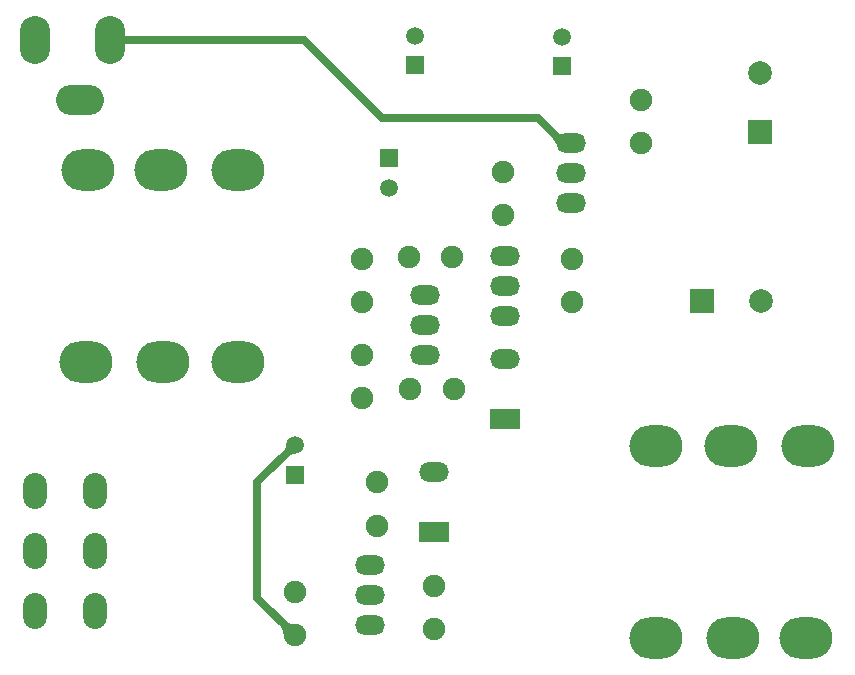
<source format=gbl>
G04*
G04 #@! TF.GenerationSoftware,Altium Limited,Altium Designer,21.0.9 (235)*
G04*
G04 Layer_Physical_Order=2*
G04 Layer_Color=16711680*
%FSTAX24Y24*%
%MOIN*%
G70*
G04*
G04 #@! TF.SameCoordinates,BE33CD37-818E-4C07-995D-9A106440EC1D*
G04*
G04*
G04 #@! TF.FilePolarity,Positive*
G04*
G01*
G75*
%ADD13C,0.0150*%
%ADD28C,0.0250*%
%ADD29O,0.1772X0.1378*%
%ADD30C,0.0787*%
%ADD31R,0.0787X0.0787*%
%ADD32C,0.0591*%
%ADD33R,0.0591X0.0591*%
%ADD34C,0.0750*%
%ADD35O,0.1000X0.0660*%
%ADD36O,0.1600X0.1000*%
%ADD37O,0.1000X0.1600*%
%ADD38O,0.0787X0.1200*%
%ADD39R,0.1000X0.0650*%
%ADD40O,0.1000X0.0650*%
%ADD41R,0.0787X0.0787*%
G36*
X021429Y028747D02*
X021455Y028724D01*
X021482Y028703D01*
X02151Y028684D01*
X02154Y028668D01*
X021571Y028655D01*
X021603Y028644D01*
X021637Y028635D01*
X021672Y028629D01*
X021708Y028626D01*
X021746Y028625D01*
X021375Y028254D01*
X021374Y028292D01*
X021371Y028328D01*
X021365Y028363D01*
X021356Y028397D01*
X021345Y028429D01*
X021332Y02846D01*
X021316Y02849D01*
X021297Y028518D01*
X021276Y028545D01*
X021253Y028571D01*
X021429Y028747D01*
D02*
G37*
G36*
X021347Y034366D02*
X021368Y034388D01*
X021386Y03441D01*
X021403Y034432D01*
X021417Y034454D01*
X021428Y034476D01*
X021438Y034499D01*
X021446Y034521D01*
X021451Y034544D01*
X021454Y034566D01*
X021455Y034589D01*
X021747Y034297D01*
X021724Y034296D01*
X021702Y034293D01*
X021679Y034288D01*
X021656Y03428D01*
X021634Y034271D01*
X021612Y034259D01*
X02159Y034245D01*
X021568Y034228D01*
X021546Y03421D01*
X021524Y034189D01*
X021347Y034366D01*
D02*
G37*
G36*
X030423Y045103D02*
X030468Y04506D01*
X030548Y044994D01*
X030584Y044971D01*
X030616Y044955D01*
X030645Y044945D01*
X030671Y044942D01*
X030693Y044946D01*
X030712Y044957D01*
X030728Y044974D01*
X030456Y044586D01*
X030452Y044615D01*
X030444Y044645D01*
X030434Y044675D01*
X030421Y044705D01*
X030405Y044736D01*
X030386Y044767D01*
X030364Y044798D01*
X030339Y044829D01*
X03028Y044893D01*
X030423Y045103D01*
D02*
G37*
D13*
X02555Y04085D02*
Y0409D01*
X0261Y0396D02*
X026408D01*
D28*
X0156Y0481D02*
X02205D01*
X02465Y0455D02*
X02985D01*
X02205Y0481D02*
X02465Y0455D01*
X0205Y033342D02*
X02175Y034592D01*
X0205Y0295D02*
Y033342D01*
Y0295D02*
X02175Y02825D01*
X0307Y04465D02*
X03095D01*
X02985Y0455D02*
X0307Y04465D01*
D29*
X03885Y03455D02*
D03*
X0363D02*
D03*
X0338D02*
D03*
Y02815D02*
D03*
X03635D02*
D03*
X0388D02*
D03*
X0148Y03735D02*
D03*
X01735D02*
D03*
X01985D02*
D03*
Y04375D02*
D03*
X0173D02*
D03*
X01485D02*
D03*
D30*
X03725Y046984D02*
D03*
X037284Y0394D02*
D03*
D31*
X03725Y045016D02*
D03*
D32*
X03065Y0482D02*
D03*
X02575Y048234D02*
D03*
X0249Y043158D02*
D03*
X02175Y034592D02*
D03*
D33*
X03065Y047216D02*
D03*
X02575Y04725D02*
D03*
X0249Y044142D02*
D03*
X02175Y033608D02*
D03*
D34*
X0333Y04465D02*
D03*
Y0461D02*
D03*
X027Y04085D02*
D03*
X02555D02*
D03*
X024Y03935D02*
D03*
Y0408D02*
D03*
Y03615D02*
D03*
Y0376D02*
D03*
X0256Y03645D02*
D03*
X02705D02*
D03*
X0245Y0319D02*
D03*
Y03335D02*
D03*
X02175Y0297D02*
D03*
Y02825D02*
D03*
X0264Y0299D02*
D03*
Y02845D02*
D03*
X031Y0408D02*
D03*
Y03935D02*
D03*
X0287Y04225D02*
D03*
Y0437D02*
D03*
D35*
X03095Y04465D02*
D03*
Y04365D02*
D03*
Y04265D02*
D03*
X02875Y0389D02*
D03*
Y0399D02*
D03*
Y0409D02*
D03*
X0261Y0376D02*
D03*
Y0386D02*
D03*
Y0396D02*
D03*
X02425Y0286D02*
D03*
Y0296D02*
D03*
Y0306D02*
D03*
D36*
X0146Y0461D02*
D03*
D37*
X0131Y0481D02*
D03*
X0156D02*
D03*
D38*
X015093Y02905D02*
D03*
Y03105D02*
D03*
X015083Y03305D02*
D03*
X013093D02*
D03*
Y03106D02*
D03*
Y02905D02*
D03*
D39*
X02875Y03545D02*
D03*
X0264Y0317D02*
D03*
D40*
X02875Y03745D02*
D03*
X0264Y0337D02*
D03*
D41*
X035316Y0394D02*
D03*
M02*

</source>
